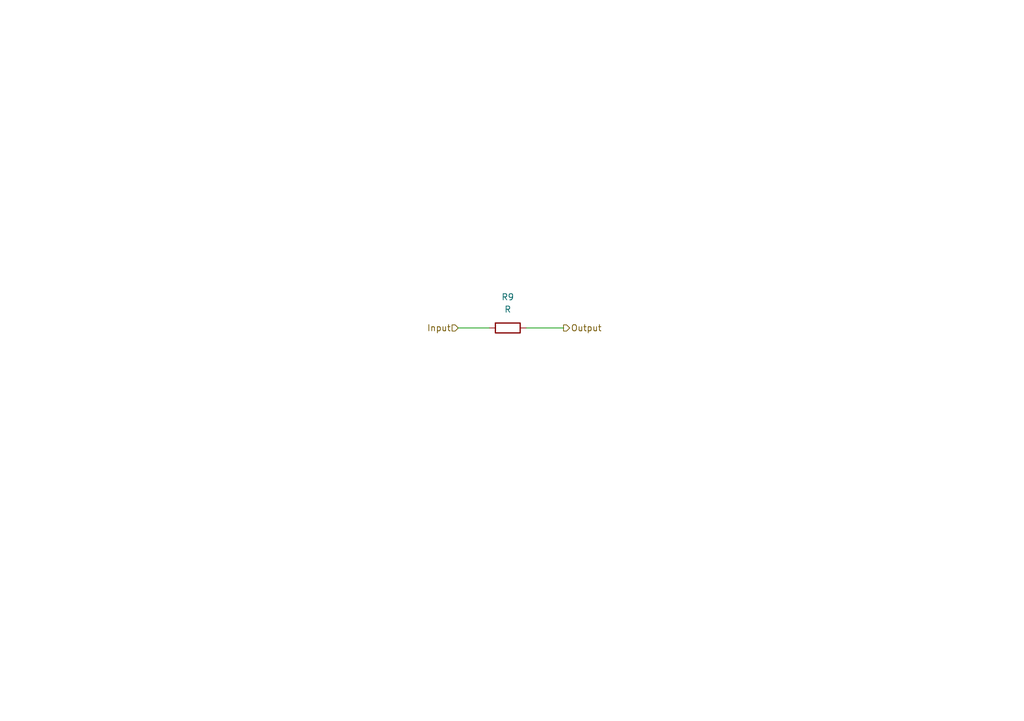
<source format=kicad_sch>
(kicad_sch (version 20250114) (generator "eeschema") (generator_version "9.0")
  (paper "A5")
  (lib_symbols
    (symbol "Device:R" (pin_numbers (hide yes)) (pin_names (offset 0))
      (property "Reference" "R" (at 2.032 0 90))
      (property "Value" "R" (at 0 0 90))
      (symbol "R_0_1"
        (rectangle (start -1.016 -2.54) (end 1.016 2.54) (stroke (width 0.254)))
      )
      (symbol "R_1_1"
        (pin passive line (at 0 3.81 270) (length 1.27) (name "~") (number "1"))
        (pin passive line (at 0 -3.81 90) (length 1.27) (name "~") (number "2"))
      )
    )
  )
  (wire (pts (xy 107.95 67.31) (xy 115.57 67.31)))
  (wire (pts (xy 93.98 67.31) (xy 100.33 67.31)))
  (hierarchical_label "Input" (shape input) (at 93.98 67.31 180))
  (hierarchical_label "Output" (shape output) (at 115.57 67.31 0))
  (symbol (lib_id "Device:R") (at 104.14 67.31 90) (unit 1)
    (property "Reference" "R9" (at 104.14 60.96 90))
    (property "Value" "R" (at 104.14 63.5 90))
    (property "Description" "Resistor" (effects (hide yes)))
  )
)
</source>
